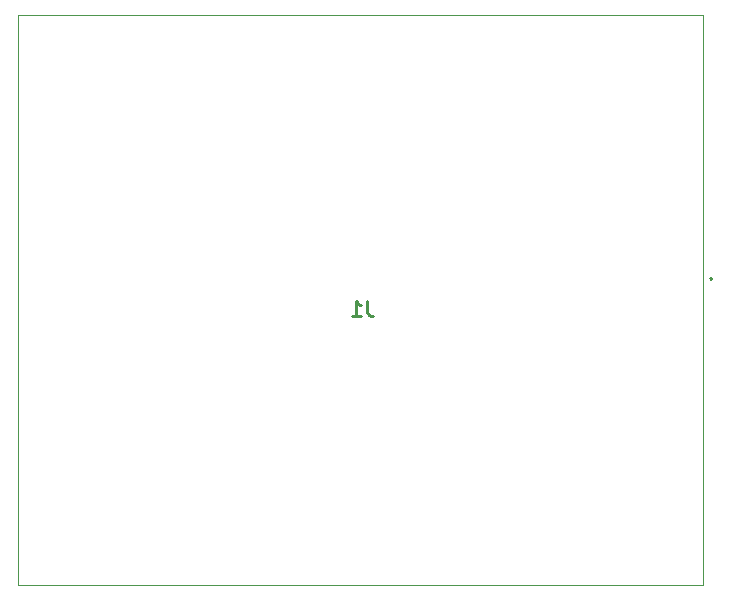
<source format=gbo>
G04 #@! TF.GenerationSoftware,KiCad,Pcbnew,6.0.11-2627ca5db0~126~ubuntu20.04.1*
G04 #@! TF.CreationDate,2023-04-04T17:10:53-04:00*
G04 #@! TF.ProjectId,water_meter,77617465-725f-46d6-9574-65722e6b6963,rev?*
G04 #@! TF.SameCoordinates,Original*
G04 #@! TF.FileFunction,Legend,Bot*
G04 #@! TF.FilePolarity,Positive*
%FSLAX46Y46*%
G04 Gerber Fmt 4.6, Leading zero omitted, Abs format (unit mm)*
G04 Created by KiCad (PCBNEW 6.0.11-2627ca5db0~126~ubuntu20.04.1) date 2023-04-04 17:10:53*
%MOMM*%
%LPD*%
G01*
G04 APERTURE LIST*
%ADD10C,0.254000*%
%ADD11C,0.100000*%
%ADD12C,0.200000*%
%ADD13C,1.530000*%
%ADD14C,5.175000*%
%ADD15C,1.100000*%
%ADD16C,5.000000*%
%ADD17C,0.500000*%
%ADD18O,1.800000X0.900000*%
%ADD19R,1.700000X1.700000*%
%ADD20O,1.700000X1.700000*%
%ADD21C,1.000000*%
G04 APERTURE END LIST*
D10*
X157503333Y-122174523D02*
X157503333Y-123081666D01*
X157563809Y-123263095D01*
X157684761Y-123384047D01*
X157866190Y-123444523D01*
X157987142Y-123444523D01*
X156233333Y-123444523D02*
X156959047Y-123444523D01*
X156596190Y-123444523D02*
X156596190Y-122174523D01*
X156717142Y-122355952D01*
X156838095Y-122476904D01*
X156959047Y-122537380D01*
D11*
X127955000Y-146225000D02*
X185945000Y-146225000D01*
D12*
X186645000Y-120180000D02*
X186645000Y-120180000D01*
D11*
X127955000Y-97935000D02*
X127955000Y-146225000D01*
X185945000Y-97935000D02*
X127955000Y-97935000D01*
D12*
X186645000Y-120380000D02*
X186645000Y-120380000D01*
D11*
X185945000Y-146225000D02*
X185945000Y-97935000D01*
D12*
X186645000Y-120180000D02*
G75*
G03*
X186645000Y-120380000I0J-100000D01*
G01*
X186645000Y-120380000D02*
G75*
G03*
X186645000Y-120180000I0J100000D01*
G01*
%LPC*%
D13*
X183355000Y-120230000D03*
X183355000Y-107530000D03*
D14*
X156935000Y-107530000D03*
X156935000Y-137380000D03*
D15*
X153350000Y-112850000D03*
X161350000Y-120850000D03*
D16*
X114850000Y-143160000D03*
X199850000Y-88160000D03*
X199850000Y-143160000D03*
X114850000Y-88160000D03*
D17*
X112062500Y-110005750D03*
X112062500Y-103405750D03*
D18*
X112062500Y-103405750D03*
X112062500Y-110005750D03*
D19*
X117103333Y-121880000D03*
D20*
X117103333Y-124420000D03*
X117103333Y-126960000D03*
X117103333Y-129500000D03*
X117103333Y-132040000D03*
X117103333Y-134580000D03*
D19*
X193690000Y-117980000D03*
D20*
X193690000Y-120520000D03*
D21*
X132900000Y-103200000D03*
X141900000Y-133100000D03*
X127100000Y-113300000D03*
X137600000Y-134500000D03*
X125300000Y-114900000D03*
X197000000Y-137950000D03*
X181550000Y-131620000D03*
X170900000Y-133900000D03*
X181520000Y-129530000D03*
X157480000Y-102870000D03*
X140208000Y-115824000D03*
X134794000Y-108030000D03*
X133096000Y-114300000D03*
X130556000Y-124206000D03*
X139650000Y-101050000D03*
X171600000Y-139350000D03*
X192050000Y-129500000D03*
X195650000Y-98450000D03*
X192800000Y-107750000D03*
X128800000Y-92800000D03*
X140100000Y-124790000D03*
X112210000Y-113650000D03*
X177450000Y-96950000D03*
X166895000Y-123770000D03*
X173450000Y-96950000D03*
X114000000Y-99200000D03*
X175200000Y-105800000D03*
X121850000Y-103750000D03*
X112440000Y-138790000D03*
X119430000Y-145510000D03*
X153670000Y-115062000D03*
X181300000Y-142200000D03*
X127200000Y-141200000D03*
X163322000Y-115062000D03*
X181300000Y-139950000D03*
X144890000Y-141830000D03*
X146950000Y-141850000D03*
X169400000Y-105900000D03*
X151130000Y-108458000D03*
X138235000Y-124790000D03*
X166800000Y-110250000D03*
X125400000Y-137650000D03*
X161650000Y-139300000D03*
X166615000Y-139250000D03*
X136370000Y-124790000D03*
X192800000Y-113100000D03*
X173570000Y-112410000D03*
X160782000Y-109728000D03*
X147900000Y-100850000D03*
X142480000Y-135990000D03*
X164690000Y-116580000D03*
X176600000Y-126860000D03*
X172530000Y-123040000D03*
X182730000Y-125200000D03*
X189040000Y-140120000D03*
X199760000Y-115080000D03*
X189040000Y-141610000D03*
X162400000Y-123720000D03*
X148690000Y-108030000D03*
X199780000Y-126320000D03*
X166570000Y-103290000D03*
X142570000Y-137900000D03*
X189040000Y-142970000D03*
X125380000Y-139440000D03*
X148800000Y-132620000D03*
X178140000Y-119700000D03*
X178240000Y-123310000D03*
X149720000Y-134780000D03*
X132740000Y-131590000D03*
X135850000Y-115790000D03*
X182960000Y-116360000D03*
X177040000Y-116630000D03*
X154480000Y-98900000D03*
X162320000Y-116990000D03*
X189740000Y-100365000D03*
X189720000Y-115870000D03*
X142080000Y-130580000D03*
X189690000Y-127550000D03*
M02*

</source>
